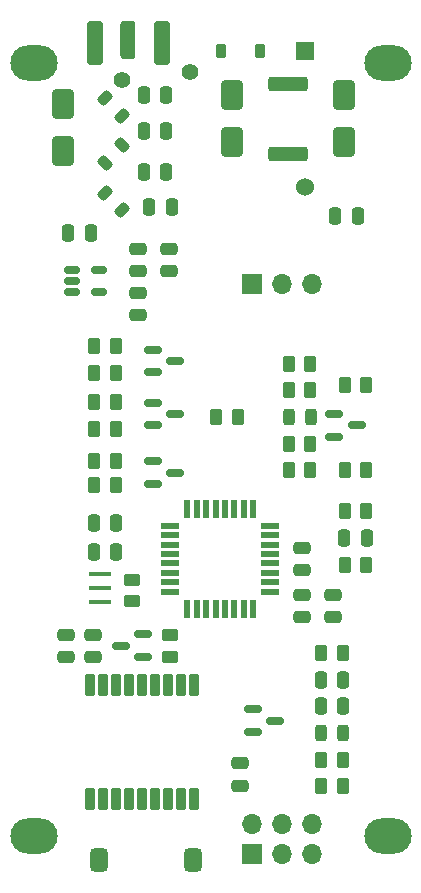
<source format=gbr>
%TF.GenerationSoftware,KiCad,Pcbnew,9.0.0*%
%TF.CreationDate,2025-06-23T21:15:42-05:00*%
%TF.ProjectId,ptSolar,7074536f-6c61-4722-9e6b-696361645f70,rev?*%
%TF.SameCoordinates,Original*%
%TF.FileFunction,Soldermask,Top*%
%TF.FilePolarity,Negative*%
%FSLAX46Y46*%
G04 Gerber Fmt 4.6, Leading zero omitted, Abs format (unit mm)*
G04 Created by KiCad (PCBNEW 9.0.0) date 2025-06-23 21:15:42*
%MOMM*%
%LPD*%
G01*
G04 APERTURE LIST*
G04 Aperture macros list*
%AMRoundRect*
0 Rectangle with rounded corners*
0 $1 Rounding radius*
0 $2 $3 $4 $5 $6 $7 $8 $9 X,Y pos of 4 corners*
0 Add a 4 corners polygon primitive as box body*
4,1,4,$2,$3,$4,$5,$6,$7,$8,$9,$2,$3,0*
0 Add four circle primitives for the rounded corners*
1,1,$1+$1,$2,$3*
1,1,$1+$1,$4,$5*
1,1,$1+$1,$6,$7*
1,1,$1+$1,$8,$9*
0 Add four rect primitives between the rounded corners*
20,1,$1+$1,$2,$3,$4,$5,0*
20,1,$1+$1,$4,$5,$6,$7,0*
20,1,$1+$1,$6,$7,$8,$9,0*
20,1,$1+$1,$8,$9,$2,$3,0*%
G04 Aperture macros list end*
%ADD10RoundRect,0.250000X0.262500X0.450000X-0.262500X0.450000X-0.262500X-0.450000X0.262500X-0.450000X0*%
%ADD11O,4.000000X3.000000*%
%ADD12RoundRect,0.375000X0.375000X0.625000X-0.375000X0.625000X-0.375000X-0.625000X0.375000X-0.625000X0*%
%ADD13RoundRect,0.250000X-0.262500X-0.450000X0.262500X-0.450000X0.262500X0.450000X-0.262500X0.450000X0*%
%ADD14RoundRect,0.250000X0.475000X-0.250000X0.475000X0.250000X-0.475000X0.250000X-0.475000X-0.250000X0*%
%ADD15RoundRect,0.243750X-0.243750X-0.456250X0.243750X-0.456250X0.243750X0.456250X-0.243750X0.456250X0*%
%ADD16RoundRect,0.250000X-1.425000X0.362500X-1.425000X-0.362500X1.425000X-0.362500X1.425000X0.362500X0*%
%ADD17RoundRect,0.250000X0.250000X0.475000X-0.250000X0.475000X-0.250000X-0.475000X0.250000X-0.475000X0*%
%ADD18C,1.400000*%
%ADD19RoundRect,0.150000X-0.587500X-0.150000X0.587500X-0.150000X0.587500X0.150000X-0.587500X0.150000X0*%
%ADD20R,1.600000X0.550000*%
%ADD21R,0.550000X1.600000*%
%ADD22RoundRect,0.150000X-0.512500X-0.150000X0.512500X-0.150000X0.512500X0.150000X-0.512500X0.150000X0*%
%ADD23RoundRect,0.250000X-0.250000X-0.475000X0.250000X-0.475000X0.250000X0.475000X-0.250000X0.475000X0*%
%ADD24RoundRect,0.250000X-0.475000X0.250000X-0.475000X-0.250000X0.475000X-0.250000X0.475000X0.250000X0*%
%ADD25RoundRect,0.225000X0.225000X0.375000X-0.225000X0.375000X-0.225000X-0.375000X0.225000X-0.375000X0*%
%ADD26RoundRect,0.150000X0.587500X0.150000X-0.587500X0.150000X-0.587500X-0.150000X0.587500X-0.150000X0*%
%ADD27RoundRect,0.080000X0.320000X-0.820000X0.320000X0.820000X-0.320000X0.820000X-0.320000X-0.820000X0*%
%ADD28RoundRect,0.218750X0.114905X-0.424264X0.424264X-0.114905X-0.114905X0.424264X-0.424264X0.114905X0*%
%ADD29RoundRect,0.250000X-0.450000X0.262500X-0.450000X-0.262500X0.450000X-0.262500X0.450000X0.262500X0*%
%ADD30RoundRect,0.250000X0.650000X-1.000000X0.650000X1.000000X-0.650000X1.000000X-0.650000X-1.000000X0*%
%ADD31RoundRect,0.218750X0.424264X0.114905X0.114905X0.424264X-0.424264X-0.114905X-0.114905X-0.424264X0*%
%ADD32RoundRect,0.250000X0.385000X1.350000X-0.385000X1.350000X-0.385000X-1.350000X0.385000X-1.350000X0*%
%ADD33RoundRect,0.250000X0.425000X1.600000X-0.425000X1.600000X-0.425000X-1.600000X0.425000X-1.600000X0*%
%ADD34R,1.900000X0.400000*%
%ADD35R,1.700000X1.700000*%
%ADD36O,1.700000X1.700000*%
%ADD37RoundRect,0.243750X0.243750X0.456250X-0.243750X0.456250X-0.243750X-0.456250X0.243750X-0.456250X0*%
%ADD38R,1.524000X1.524000*%
%ADD39C,1.524000*%
G04 APERTURE END LIST*
D10*
%TO.C,R20*%
X160662500Y-106500000D03*
X158837500Y-106500000D03*
%TD*%
D11*
%TO.C,PV1*%
X137250000Y-72000000D03*
X137250000Y-137500000D03*
%TD*%
D12*
%TO.C,ANT1*%
X142750000Y-139500000D03*
X150750000Y-139500000D03*
%TD*%
D13*
%TO.C,R17*%
X158837500Y-97500000D03*
X160662500Y-97500000D03*
%TD*%
D10*
%TO.C,R7*%
X163432500Y-133250000D03*
X161607500Y-133250000D03*
%TD*%
D13*
%TO.C,R12*%
X142385974Y-103001526D03*
X144210974Y-103001526D03*
%TD*%
D14*
%TO.C,C7*%
X146125000Y-93400000D03*
X146125000Y-91500000D03*
%TD*%
D15*
%TO.C,D5*%
X158832500Y-102000000D03*
X160707500Y-102000000D03*
%TD*%
D16*
%TO.C,R1*%
X158750000Y-73810000D03*
X158750000Y-79735000D03*
%TD*%
D13*
%TO.C,R10*%
X142385974Y-107753052D03*
X144210974Y-107753052D03*
%TD*%
D17*
%TO.C,C16*%
X148950000Y-84250000D03*
X147050000Y-84250000D03*
%TD*%
%TO.C,C14*%
X163450000Y-126500000D03*
X161550000Y-126500000D03*
%TD*%
D13*
%TO.C,R21*%
X158837500Y-104250000D03*
X160662500Y-104250000D03*
%TD*%
D18*
%TO.C,ANT2b1*%
X150500000Y-72750000D03*
%TD*%
D19*
%TO.C,Q2*%
X147375000Y-100801526D03*
X147375000Y-102701526D03*
X149250000Y-101751526D03*
%TD*%
D20*
%TO.C,U2*%
X148800000Y-111200000D03*
X148800000Y-112000000D03*
X148800000Y-112800000D03*
X148800000Y-113600000D03*
X148800000Y-114400000D03*
X148800000Y-115200000D03*
X148800000Y-116000000D03*
X148800000Y-116800000D03*
D21*
X150250000Y-118250000D03*
X151050000Y-118250000D03*
X151850000Y-118250000D03*
X152650000Y-118250000D03*
X153450000Y-118250000D03*
X154250000Y-118250000D03*
X155050000Y-118250000D03*
X155850000Y-118250000D03*
D20*
X157300000Y-116800000D03*
X157300000Y-116000000D03*
X157300000Y-115200000D03*
X157300000Y-114400000D03*
X157300000Y-113600000D03*
X157300000Y-112800000D03*
X157300000Y-112000000D03*
X157300000Y-111200000D03*
D21*
X155850000Y-109750000D03*
X155050000Y-109750000D03*
X154250000Y-109750000D03*
X153450000Y-109750000D03*
X152650000Y-109750000D03*
X151850000Y-109750000D03*
X151050000Y-109750000D03*
X150250000Y-109750000D03*
%TD*%
D10*
%TO.C,R11*%
X144210974Y-105753052D03*
X142385974Y-105753052D03*
%TD*%
D22*
%TO.C,U1*%
X140487500Y-89550000D03*
X140487500Y-90500000D03*
X140487500Y-91450000D03*
X142762500Y-91450000D03*
X142762500Y-89550000D03*
%TD*%
D23*
%TO.C,C2*%
X163530000Y-112250000D03*
X165430000Y-112250000D03*
%TD*%
D24*
%TO.C,C11*%
X160000000Y-117050000D03*
X160000000Y-118950000D03*
%TD*%
D10*
%TO.C,R22*%
X154512500Y-102000000D03*
X152687500Y-102000000D03*
%TD*%
D24*
%TO.C,C12*%
X162600000Y-117050000D03*
X162600000Y-118950000D03*
%TD*%
D25*
%TO.C,D3*%
X156400000Y-71000000D03*
X153100000Y-71000000D03*
%TD*%
D19*
%TO.C,U5*%
X155825000Y-126750000D03*
X155825000Y-128650000D03*
X157700000Y-127700000D03*
%TD*%
D14*
%TO.C,C5*%
X154750000Y-133200000D03*
X154750000Y-131300000D03*
%TD*%
D26*
%TO.C,Q5*%
X146500000Y-122300000D03*
X146500000Y-120400000D03*
X144625000Y-121350000D03*
%TD*%
D17*
%TO.C,C10*%
X144250000Y-113400000D03*
X142350000Y-113400000D03*
%TD*%
D13*
%TO.C,R2*%
X163587500Y-109970000D03*
X165412500Y-109970000D03*
%TD*%
D24*
%TO.C,C8*%
X146125000Y-87750000D03*
X146125000Y-89650000D03*
%TD*%
D27*
%TO.C,U4*%
X150850000Y-124650000D03*
X149750000Y-124650000D03*
X148650000Y-124650000D03*
X147550000Y-124650000D03*
X146450000Y-124650000D03*
X145350000Y-124650000D03*
X144250000Y-124650000D03*
X143150000Y-124650000D03*
X142050000Y-124650000D03*
X142050000Y-134350000D03*
X143150000Y-134350000D03*
X144250000Y-134350000D03*
X145350000Y-134350000D03*
X146450000Y-134350000D03*
X147550000Y-134350000D03*
X148650000Y-134350000D03*
X149750000Y-134350000D03*
X150850000Y-134350000D03*
%TD*%
D28*
%TO.C,L2*%
X143248699Y-80501301D03*
X144751301Y-78998699D03*
%TD*%
D11*
%TO.C,PV2*%
X167250000Y-72000000D03*
X167250000Y-137500000D03*
%TD*%
D29*
%TO.C,R23*%
X148800000Y-120487500D03*
X148800000Y-122312500D03*
%TD*%
D18*
%TO.C,ANT2a1*%
X144750000Y-73500000D03*
%TD*%
D17*
%TO.C,C18*%
X148450000Y-77750000D03*
X146550000Y-77750000D03*
%TD*%
D29*
%TO.C,R6*%
X145600000Y-115787500D03*
X145600000Y-117612500D03*
%TD*%
D30*
%TO.C,D1*%
X139750000Y-79500000D03*
X139750000Y-75500000D03*
%TD*%
D17*
%TO.C,C19*%
X148450000Y-74750000D03*
X146550000Y-74750000D03*
%TD*%
D13*
%TO.C,R4*%
X158837500Y-99727500D03*
X160662500Y-99727500D03*
%TD*%
D10*
%TO.C,R3*%
X165412500Y-114500000D03*
X163587500Y-114500000D03*
%TD*%
%TO.C,R19*%
X165412500Y-99250000D03*
X163587500Y-99250000D03*
%TD*%
D24*
%TO.C,C9*%
X148750000Y-87750000D03*
X148750000Y-89650000D03*
%TD*%
D14*
%TO.C,C13*%
X160000000Y-114950000D03*
X160000000Y-113050000D03*
%TD*%
D19*
%TO.C,Q4*%
X162712500Y-101756250D03*
X162712500Y-103656250D03*
X164587500Y-102706250D03*
%TD*%
D23*
%TO.C,C6*%
X140175000Y-86450000D03*
X142075000Y-86450000D03*
%TD*%
%TO.C,C15*%
X161550000Y-124250000D03*
X163450000Y-124250000D03*
%TD*%
D10*
%TO.C,R13*%
X144210974Y-100751526D03*
X142385974Y-100751526D03*
%TD*%
D31*
%TO.C,L1*%
X144751301Y-84501301D03*
X143248699Y-82998699D03*
%TD*%
D32*
%TO.C,ANT2*%
X145250000Y-70100000D03*
D33*
X142425000Y-70350000D03*
X148075000Y-70350000D03*
%TD*%
D14*
%TO.C,C21*%
X140000000Y-122350000D03*
X140000000Y-120450000D03*
%TD*%
D34*
%TO.C,Y1*%
X142850000Y-117700000D03*
X142850000Y-116500000D03*
X142850000Y-115300000D03*
%TD*%
D31*
%TO.C,L3*%
X144751301Y-76501301D03*
X143248699Y-74998699D03*
%TD*%
D17*
%TO.C,C4*%
X164700000Y-85000000D03*
X162800000Y-85000000D03*
%TD*%
D13*
%TO.C,R5*%
X161607500Y-131000000D03*
X163432500Y-131000000D03*
%TD*%
D35*
%TO.C,J1*%
X155700000Y-139000000D03*
D36*
X155700000Y-136460000D03*
X158240000Y-139000000D03*
X158240000Y-136460000D03*
X160780000Y-139000000D03*
X160780000Y-136460000D03*
%TD*%
D37*
%TO.C,D6*%
X163477500Y-128750000D03*
X161602500Y-128750000D03*
%TD*%
D13*
%TO.C,R16*%
X161587500Y-122000000D03*
X163412500Y-122000000D03*
%TD*%
D30*
%TO.C,D2*%
X163500000Y-78750000D03*
X163500000Y-74750000D03*
%TD*%
D13*
%TO.C,R14*%
X142385974Y-98250000D03*
X144210974Y-98250000D03*
%TD*%
D19*
%TO.C,Q3*%
X147375000Y-96300000D03*
X147375000Y-98200000D03*
X149250000Y-97250000D03*
%TD*%
D10*
%TO.C,R18*%
X165412500Y-106456250D03*
X163587500Y-106456250D03*
%TD*%
D23*
%TO.C,C3*%
X142328474Y-111000000D03*
X144228474Y-111000000D03*
%TD*%
D30*
%TO.C,D4*%
X154000000Y-78750000D03*
X154000000Y-74750000D03*
%TD*%
D35*
%TO.C,J2*%
X155720000Y-90740000D03*
D36*
X158260000Y-90740000D03*
X160800000Y-90740000D03*
%TD*%
D19*
%TO.C,Q1*%
X147375000Y-105753052D03*
X147375000Y-107653052D03*
X149250000Y-106703052D03*
%TD*%
D17*
%TO.C,C17*%
X148450000Y-81250000D03*
X146550000Y-81250000D03*
%TD*%
D10*
%TO.C,R15*%
X144210974Y-96000000D03*
X142385974Y-96000000D03*
%TD*%
D14*
%TO.C,C20*%
X142300000Y-122350000D03*
X142300000Y-120450000D03*
%TD*%
D38*
%TO.C,C1*%
X160250000Y-71000000D03*
D39*
X160250000Y-82500000D03*
%TD*%
M02*

</source>
